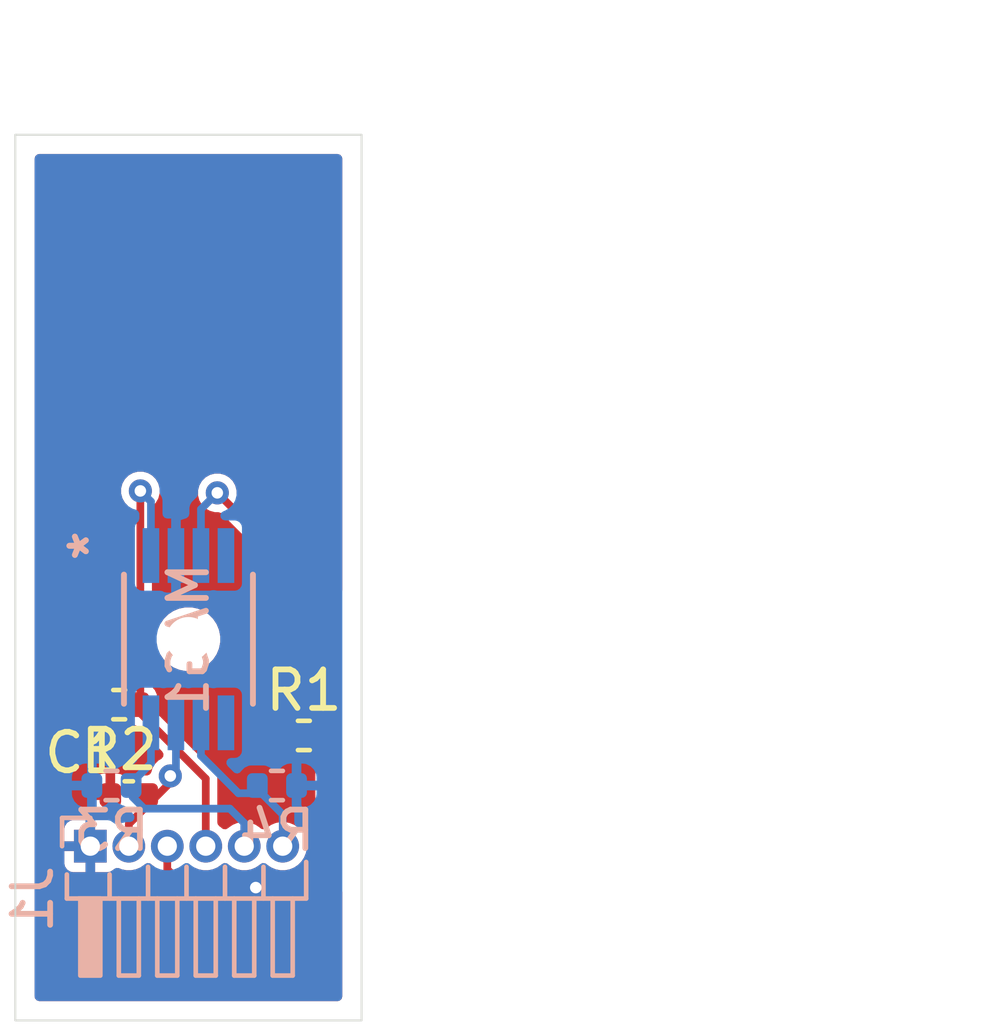
<source format=kicad_pcb>
(kicad_pcb (version 20241229) (generator "pcbnew") (generator_version "9.0")
  (layers (0 "F.Cu" signal) (2 "B.Cu" signal) (13 "F.Paste" user) (15 "B.Paste" user) (5 "F.SilkS" user "F.Silkscreen") (7 "B.SilkS" user "B.Silkscreen") (1 "F.Mask" user) (3 "B.Mask" user) (25 "Edge.Cuts" user))
  (net 0 "")
  (net 1 "GND")
  (net 2 "+3.3V")
  (net 3 "Net-(J1-Pin_4)")
  (net 4 "Net-(J1-Pin_5)")
  (net 5 "Net-(J1-Pin_3)")
  (net 6 "Net-(J1-Pin_6)")
  (footprint "Resistor_SMD:R_0402_1005Metric" (layer "F.Cu") (at 133.55 99.25)
    (property "Reference" "R1" (at 0 -1.17 0) (layer "F.SilkS"))
    (property "Value" "R_US")
    (fp_line (start -0.153641 -0.38) (end 0.153641 -0.38) (stroke (width 0.12)) (layer "F.SilkS"))
    (fp_line (start -0.153641 0.38) (end 0.153641 0.38) (stroke (width 0.12)) (layer "F.SilkS"))
    (pad "1" smd roundrect (at -0.51 0) (size 0.54 0.64) (layers "F.Cu" "F.Mask" "F.Paste") (net 1 "GND"))
    (pad "2" smd roundrect (at 0.51 0) (size 0.54 0.64) (layers "F.Cu" "F.Mask" "F.Paste") (net 5 "Net-(J1-Pin_3)"))
  )
  (footprint "MountingHole:ToolingHole_1.152mm" (layer "F.Cu") (at 130.55 96.75)
    (property "Reference" "H1" (hide yes))
    (property "Value" "MountingHole" (hide yes))
    (pad "" np_thru_hole circle (at 0 0) (size 1.152 1.152) (drill 1.152) (layers "*.Cu" "*.Mask"))
    (zone (net 0) (net_name "") (layers "F.Cu" "B.Cu") (connect_pads (clearance 0)) (min_thickness 0.25)
      (keepout (tracks not_allowed) (vias allowed) (pads allowed) (copperpour not_allowed) (footprints not_allowed))
      (fill (thermal_gap 0.5) (thermal_bridge_width 0.5))
      (polygon (pts (xy 131.25 96.75) (xy 131.229659 96.582479) (xy 131.169819 96.424694) (xy 131.073958 96.285814) (xy 130.947645 96.173911) (xy 130.798223 96.095489) (xy 130.634376 96.055104) (xy 130.465624 96.055104) (xy 130.301777 96.095489) (xy 130.152355 96.173911) (xy 130.026042 96.285814) (xy 129.930181 96.424694) (xy 129.870341 96.582479) (xy 129.85 96.75) (xy 129.870341 96.917521) (xy 129.930181 97.075306) (xy 130.026042 97.214186) (xy 130.152355 97.326089) (xy 130.301777 97.404511) (xy 130.465624 97.444896) (xy 130.634376 97.444896) (xy 130.798223 97.404511) (xy 130.947645 97.326089) (xy 131.073958 97.214186) (xy 131.169819 97.075306) (xy 131.229659 96.917521)))
    )
  )
  (footprint "Capacitor_SMD:C_0402_1005Metric" (layer "F.Cu") (at 129 100.8)
    (property "Reference" "C1" (at -1.2 -1.1 0) (layer "F.SilkS"))
    (property "Value" "C_Small")
    (fp_line (start -0.107836 -0.36) (end 0.107836 -0.36) (stroke (width 0.12)) (layer "F.SilkS"))
    (fp_line (start -0.107836 0.36) (end 0.107836 0.36) (stroke (width 0.12)) (layer "F.SilkS"))
    (pad "1" smd roundrect (at -0.48 0) (size 0.56 0.62) (layers "F.Cu" "F.Mask" "F.Paste") (net 1 "GND"))
    (pad "2" smd roundrect (at 0.48 0) (size 0.56 0.62) (layers "F.Cu" "F.Mask" "F.Paste") (net 2 "+3.3V"))
  )
  (footprint "Resistor_SMD:R_0402_1005Metric" (layer "F.Cu") (at 128.75 98.45 180)
    (property "Reference" "R2" (at 0 -1.17 0) (layer "F.SilkS"))
    (property "Value" "R_US")
    (fp_line (start -0.153641 0.38) (end 0.153641 0.38) (stroke (width 0.12)) (layer "F.SilkS"))
    (fp_line (start -0.153641 -0.38) (end 0.153641 -0.38) (stroke (width 0.12)) (layer "F.SilkS"))
    (pad "1" smd roundrect (at -0.51 0 180) (size 0.54 0.64) (layers "F.Cu" "F.Mask" "F.Paste") (net 3 "Net-(J1-Pin_4)"))
    (pad "2" smd roundrect (at 0.51 0 180) (size 0.54 0.64) (layers "F.Cu" "F.Mask" "F.Paste") (net 1 "GND"))
  )
  (footprint "Connector_PinHeader_1.00mm:PinHeader_1x06_P1.00mm_Horizontal" (layer "B.Cu") (at 128 102.125 -90)
    (property "Reference" "J1" (at 1.375 1.5 90) (layer "B.SilkS") (effects (justify mirror)))
    (property "Value" "Conn_01x06_Socket")
    (fp_line (start -0.735 0.735) (end 0 0.735) (stroke (width 0.12)) (layer "B.SilkS"))
    (fp_line (start 0.735 0.61) (end 1.36 0.61) (stroke (width 0.12)) (layer "B.SilkS"))
    (fp_line (start 1.36 0.61) (end 1.36 -5.61) (stroke (width 0.12)) (layer "B.SilkS"))
    (fp_line (start -0.735 0) (end -0.735 0.735) (stroke (width 0.12)) (layer "B.SilkS"))
    (fp_line (start 0.735 -0.5) (end 1.36 -0.5) (stroke (width 0.12)) (layer "B.SilkS"))
    (fp_line (start 1.36 -0.74) (end 3.36 -0.74) (stroke (width 0.12)) (layer "B.SilkS"))
    (fp_line (start 3.36 -0.74) (end 3.36 -1.26) (stroke (width 0.12)) (layer "B.SilkS"))
    (fp_line (start 3.36 -1.26) (end 1.36 -1.26) (stroke (width 0.12)) (layer "B.SilkS"))
    (fp_line (start 0.538725 -1.5) (end 1.36 -1.5) (stroke (width 0.12)) (layer "B.SilkS"))
    (fp_line (start 1.36 -1.74) (end 3.36 -1.74) (stroke (width 0.12)) (layer "B.SilkS"))
    (fp_line (start 3.36 -1.74) (end 3.36 -2.26) (stroke (width 0.12)) (layer "B.SilkS"))
    (fp_line (start 3.36 -2.26) (end 1.36 -2.26) (stroke (width 0.12)) (layer "B.SilkS"))
    (fp_line (start 0.538725 -2.5) (end 1.36 -2.5) (stroke (width 0.12)) (layer "B.SilkS"))
    (fp_line (start 1.36 -2.74) (end 3.36 -2.74) (stroke (width 0.12)) (layer "B.SilkS"))
    (fp_line (start 3.36 -2.74) (end 3.36 -3.26) (stroke (width 0.12)) (layer "B.SilkS"))
    (fp_line (start 3.36 -3.26) (end 1.36 -3.26) (stroke (width 0.12)) (layer "B.SilkS"))
    (fp_line (start 0.538725 -3.5) (end 1.36 -3.5) (stroke (width 0.12)) (layer "B.SilkS"))
    (fp_line (start 1.36 -3.74) (end 3.36 -3.74) (stroke (width 0.12)) (layer "B.SilkS"))
    (fp_line (start 3.36 -3.74) (end 3.36 -4.26) (stroke (width 0.12)) (layer "B.SilkS"))
    (fp_line (start 3.36 -4.26) (end 1.36 -4.26) (stroke (width 0.12)) (layer "B.SilkS"))
    (fp_line (start 0.538725 -4.5) (end 1.36 -4.5) (stroke (width 0.12)) (layer "B.SilkS"))
    (fp_line (start 1.36 -4.74) (end 3.36 -4.74) (stroke (width 0.12)) (layer "B.SilkS"))
    (fp_line (start 3.36 -4.74) (end 3.36 -5.26) (stroke (width 0.12)) (layer "B.SilkS"))
    (fp_line (start 3.36 -5.26) (end 1.36 -5.26) (stroke (width 0.12)) (layer "B.SilkS"))
    (fp_line (start 1.36 -5.61) (end 0.41003 -5.61) (stroke (width 0.12)) (layer "B.SilkS"))
    (fp_rect (start 1.36 0.26) (end 3.36 -0.26) (stroke (width 0.12)) (fill yes) (layer "B.SilkS"))
    (pad "1" thru_hole rect (at 0 0 270) (size 0.85 0.85) (drill 0.5) (layers "*.Cu" "*.Mask") (net 1 "GND"))
    (pad "2" thru_hole circle (at 0 -1 270) (size 0.85 0.85) (drill 0.5) (layers "*.Cu" "*.Mask") (net 2 "+3.3V"))
    (pad "3" thru_hole circle (at 0 -2 270) (size 0.85 0.85) (drill 0.5) (layers "*.Cu" "*.Mask") (net 5 "Net-(J1-Pin_3)"))
    (pad "4" thru_hole circle (at 0 -3 270) (size 0.85 0.85) (drill 0.5) (layers "*.Cu" "*.Mask") (net 3 "Net-(J1-Pin_4)"))
    (pad "5" thru_hole circle (at 0 -4 270) (size 0.85 0.85) (drill 0.5) (layers "*.Cu" "*.Mask") (net 4 "Net-(J1-Pin_5)"))
    (pad "6" thru_hole circle (at 0 -5 270) (size 0.85 0.85) (drill 0.5) (layers "*.Cu" "*.Mask") (net 6 "Net-(J1-Pin_6)"))
  )
  (footprint "Resistor_SMD:R_0402_1005Metric" (layer "B.Cu") (at 128.55 100.55)
    (property "Reference" "R3" (at 0 1.17 0) (layer "B.SilkS") (effects (justify mirror)))
    (property "Value" "R_US")
    (fp_line (start -0.153641 -0.38) (end 0.153641 -0.38) (stroke (width 0.12)) (layer "B.SilkS"))
    (fp_line (start -0.153641 0.38) (end 0.153641 0.38) (stroke (width 0.12)) (layer "B.SilkS"))
    (pad "1" smd roundrect (at -0.51 0) (size 0.54 0.64) (layers "B.Cu" "B.Mask" "B.Paste") (net 1 "GND"))
    (pad "2" smd roundrect (at 0.51 0) (size 0.54 0.64) (layers "B.Cu" "B.Mask" "B.Paste") (net 4 "Net-(J1-Pin_5)"))
  )
  (footprint "Resistor_SMD:R_0402_1005Metric" (layer "B.Cu") (at 132.85 100.55)
    (property "Reference" "R4" (at 0 1.17 0) (layer "B.SilkS") (effects (justify mirror)))
    (property "Value" "R_US")
    (fp_line (start -0.153641 -0.38) (end 0.153641 -0.38) (stroke (width 0.12)) (layer "B.SilkS"))
    (fp_line (start -0.153641 0.38) (end 0.153641 0.38) (stroke (width 0.12)) (layer "B.SilkS"))
    (pad "1" smd roundrect (at -0.51 0) (size 0.54 0.64) (layers "B.Cu" "B.Mask" "B.Paste") (net 6 "Net-(J1-Pin_6)"))
    (pad "2" smd roundrect (at 0.51 0) (size 0.54 0.64) (layers "B.Cu" "B.Mask" "B.Paste") (net 1 "GND"))
  )
  (footprint "TMAG6180:VSSOP8_3P1X3P1_TEX" (layer "B.Cu") (at 130.55 96.75 -90)
    (property "Reference" "MAG1" (at 0 0 90) (layer "B.SilkS") (effects (justify mirror)))
    (property "Value" "TMAG6180EDGKRQ1" (hide yes))
    (fp_line (start 1.6764 1.6764) (end -1.6764 1.6764) (stroke (width 0.1524)) (layer "B.SilkS"))
    (fp_line (start -1.6764 -1.6764) (end 1.6764 -1.6764) (stroke (width 0.1524)) (layer "B.SilkS"))
    (fp_text user "*" (at -2.4257 2.5498 90) (layer "B.SilkS") (effects (justify mirror)))
    (fp_text user "*" (at -2.4257 2.5498 90) (layer "B.SilkS") (effects (justify mirror)))
    (pad "1" smd rect (at -2.1717 0.974999 270) (size 1.4224 0.4318) (layers "B.Cu" "B.Mask" "B.Paste") (net 3 "Net-(J1-Pin_4)"))
    (pad "2" smd rect (at -2.1717 0.325001 270) (size 1.4224 0.4318) (layers "B.Cu" "B.Mask" "B.Paste") (net 1 "GND"))
    (pad "3" smd rect (at -2.1717 -0.325001 270) (size 1.4224 0.4318) (layers "B.Cu" "B.Mask" "B.Paste") (net 5 "Net-(J1-Pin_3)"))
    (pad "4" smd rect (at -2.1717 -0.974999 270) (size 1.4224 0.4318) (layers "B.Cu" "B.Mask" "B.Paste"))
    (pad "5" smd rect (at 2.1717 -0.974999 270) (size 1.4224 0.4318) (layers "B.Cu" "B.Mask" "B.Paste"))
    (pad "6" smd rect (at 2.1717 -0.325001 270) (size 1.4224 0.4318) (layers "B.Cu" "B.Mask" "B.Paste") (net 6 "Net-(J1-Pin_6)"))
    (pad "7" smd rect (at 2.1717 0.325001 270) (size 1.4224 0.4318) (layers "B.Cu" "B.Mask" "B.Paste") (net 2 "+3.3V"))
    (pad "8" smd rect (at 2.1717 0.974999 270) (size 1.4224 0.4318) (layers "B.Cu" "B.Mask" "B.Paste") (net 4 "Net-(J1-Pin_5)"))
  )
  (gr_rect (start 126.05 83.65) (end 135.05 106.65) (stroke (width 0.05)) (fill no) (layer "Edge.Cuts"))
  (via (at 132.3 103.2) (size 0.6) (drill 0.3) (layers "F.Cu" "B.Cu") (net 1))
  (segment (start 130.078743 100.300952) (end 130.078743 100.471257) (width 0.2) (layer "F.Cu") (net 2))
  (segment (start 130.078743 100.471257) (end 129 101.55) (width 0.2) (layer "F.Cu") (net 2))
  (segment (start 129 101.55) (end 129 102.125) (width 0.2) (layer "F.Cu") (net 2))
  (via (at 130.078743 100.300952) (size 0.6) (drill 0.3) (layers "F.Cu" "B.Cu") (net 2))
  (segment (start 130.078743 100.300952) (end 130.224999 100.154696) (width 0.2) (layer "B.Cu") (net 2))
  (segment (start 130.224999 100.154696) (end 130.224999 98.9217) (width 0.2) (layer "B.Cu") (net 2))
  (segment (start 129.3 98.672266) (end 131 100.372266) (width 0.2) (layer "F.Cu") (net 3))
  (segment (start 129.3 92.9) (end 129.3 98.672266) (width 0.2) (layer "F.Cu") (net 3))
  (segment (start 131 100.372266) (end 131 102.125) (width 0.2) (layer "F.Cu") (net 3))
  (via (at 129.3 92.9) (size 0.6) (drill 0.3) (layers "F.Cu" "B.Cu") (net 3))
  (segment (start 131 102.09828) (end 131 102.125) (width 0.2) (layer "B.Cu") (net 3))
  (segment (start 129.575001 93.175001) (end 129.3 92.9) (width 0.2) (layer "B.Cu") (net 3))
  (segment (start 129.575001 94.5783) (end 129.575001 93.175001) (width 0.2) (layer "B.Cu") (net 3))
  (segment (start 129.575001 98.9217) (end 129.575001 99.974999) (width 0.2) (layer "B.Cu") (net 4))
  (segment (start 132 101.52396) (end 132 102.125) (width 0.2) (layer "B.Cu") (net 4))
  (segment (start 129.1 100.85) (end 129.4 101.15) (width 0.2) (layer "B.Cu") (net 4))
  (segment (start 129.1 100.45) (end 129.1 100.85) (width 0.2) (layer "B.Cu") (net 4))
  (segment (start 129.575001 99.974999) (end 129.1 100.45) (width 0.2) (layer "B.Cu") (net 4))
  (segment (start 129.4 101.15) (end 131.62604 101.15) (width 0.2) (layer "B.Cu") (net 4))
  (segment (start 131.62604 101.15) (end 132 101.52396) (width 0.2) (layer "B.Cu") (net 4))
  (segment (start 134.15 95.8) (end 134.15 103) (width 0.2) (layer "F.Cu") (net 5))
  (segment (start 133.3 103.85) (end 131.12396 103.85) (width 0.2) (layer "F.Cu") (net 5))
  (segment (start 131.12396 103.85) (end 130 102.72604) (width 0.2) (layer "F.Cu") (net 5))
  (segment (start 134.15 103) (end 133.3 103.85) (width 0.2) (layer "F.Cu") (net 5))
  (segment (start 131.3 92.95) (end 134.15 95.8) (width 0.2) (layer "F.Cu") (net 5))
  (segment (start 130 102.72604) (end 130 102.125) (width 0.2) (layer "F.Cu") (net 5))
  (via (at 131.3 92.95) (size 0.6) (drill 0.3) (layers "F.Cu" "B.Cu") (net 5))
  (segment (start 130.875001 94.5783) (end 130.875001 93.374999) (width 0.2) (layer "B.Cu") (net 5))
  (segment (start 130.875001 93.374999) (end 131.3 92.95) (width 0.2) (layer "B.Cu") (net 5))
  (segment (start 130.1 102.025) (end 130 102.125) (width 0.2) (layer "B.Cu") (net 5))
  (segment (start 133 101.3) (end 133 102.125) (width 0.2) (layer "B.Cu") (net 6))
  (segment (start 130.875001 99.775001) (end 131.85 100.75) (width 0.2) (layer "B.Cu") (net 6))
  (segment (start 130.875001 98.9217) (end 130.875001 99.775001) (width 0.2) (layer "B.Cu") (net 6))
  (segment (start 132.45 100.75) (end 133 101.3) (width 0.2) (layer "B.Cu") (net 6))
  (segment (start 131.85 100.75) (end 132.45 100.75) (width 0.2) (layer "B.Cu") (net 6))
  (zone (net 1) (net_name "GND") (layers "F.Cu" "B.Cu") (connect_pads (clearance 0.15)) (min_thickness 0.25) (fill yes (thermal_gap 0.25) (thermal_bridge_width 0.25))
    (polygon (pts (xy 126.05 83.65) (xy 135.05 83.65) (xy 135.05 106.65) (xy 126.05 106.65)))
  )
)
</source>
